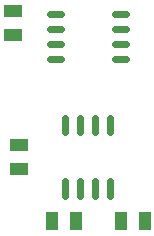
<source format=gtp>
G04 Layer: TopPasteMaskLayer*
G04 EasyEDA v6.4.23, 2021-09-03T20:22:04+02:00*
G04 df207e5be6814a9699ce4ef5e016687c,9749f264c22c4078942e6e06db5db619,10*
G04 Gerber Generator version 0.2*
G04 Scale: 100 percent, Rotated: No, Reflected: No *
G04 Dimensions in millimeters *
G04 leading zeros omitted , absolute positions ,4 integer and 5 decimal *
%FSLAX45Y45*%
%MOMM*%

%ADD21C,0.6000*%
%ADD22C,0.6300*%
%ADD25R,1.5500X1.0000*%
%ADD26R,1.0000X1.5500*%

%LPD*%
D21*
X21412812Y4521200D02*
G01*
X21320808Y4521200D01*
X21412812Y4394200D02*
G01*
X21320808Y4394200D01*
X21412812Y4267200D02*
G01*
X21320808Y4267200D01*
X21412812Y4140200D02*
G01*
X21320808Y4140200D01*
X21960791Y4521200D02*
G01*
X21868790Y4521200D01*
X21960791Y4394200D02*
G01*
X21868790Y4394200D01*
X21960791Y4267200D02*
G01*
X21868790Y4267200D01*
X21960791Y4140200D02*
G01*
X21868790Y4140200D01*
D22*
X21450300Y3108200D02*
G01*
X21450300Y2984700D01*
X21577300Y3108200D02*
G01*
X21577300Y2984700D01*
X21704300Y3108200D02*
G01*
X21704300Y2984700D01*
X21831300Y3108200D02*
G01*
X21831300Y2984700D01*
X21450300Y3644699D02*
G01*
X21450300Y3521199D01*
X21577300Y3644699D02*
G01*
X21577300Y3521199D01*
X21704300Y3644699D02*
G01*
X21704300Y3521199D01*
X21831300Y3644699D02*
G01*
X21831300Y3521199D01*
D25*
G01*
X21056600Y3214700D03*
G01*
X21056600Y3414699D03*
D26*
G01*
X21337600Y2768600D03*
G01*
X21537599Y2768600D03*
G01*
X21921800Y2768600D03*
G01*
X22121799Y2768600D03*
D25*
G01*
X21005800Y4345000D03*
G01*
X21005800Y4544999D03*
M02*

</source>
